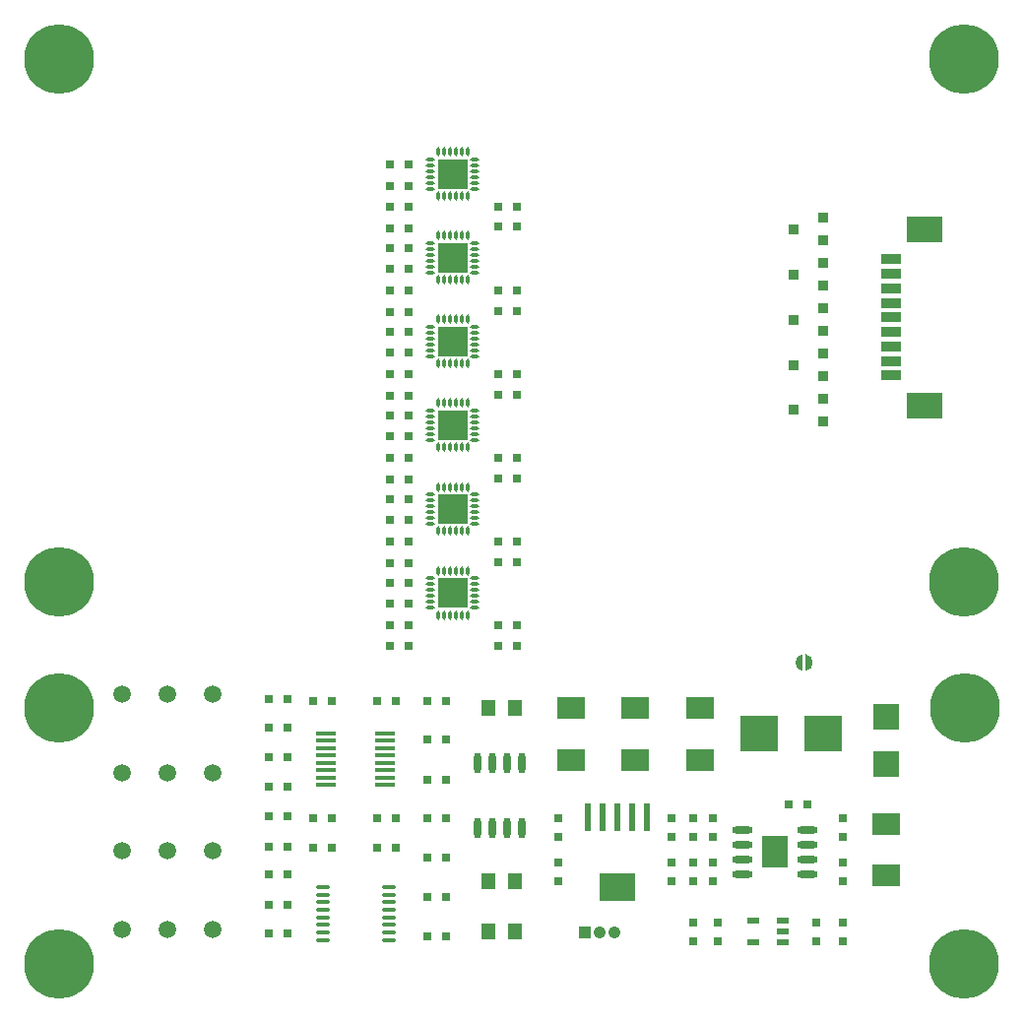
<source format=gbr>
G04*
G04 #@! TF.GenerationSoftware,Altium Limited,Altium Designer,24.1.2 (44)*
G04*
G04 Layer_Color=255*
%FSLAX44Y44*%
%MOMM*%
G71*
G04*
G04 #@! TF.SameCoordinates,5BE5AD36-3FF4-4A78-A3BF-1A6130355080*
G04*
G04*
G04 #@! TF.FilePolarity,Positive*
G04*
G01*
G75*
%ADD22R,0.7000X0.8000*%
%ADD23R,1.2696X1.3462*%
%ADD24O,0.6000X1.8000*%
%ADD25R,0.8000X0.7000*%
%ADD26R,1.0000X0.6000*%
%ADD27R,2.3622X1.8796*%
%ADD28R,0.9500X0.9000*%
%ADD29R,2.3000X2.2860*%
%ADD30R,1.7018X0.8128*%
%ADD31R,3.0988X2.2098*%
G04:AMPARAMS|DCode=32|XSize=0.2746mm|YSize=0.8048mm|CornerRadius=0.1373mm|HoleSize=0mm|Usage=FLASHONLY|Rotation=90.000|XOffset=0mm|YOffset=0mm|HoleType=Round|Shape=RoundedRectangle|*
%AMROUNDEDRECTD32*
21,1,0.2746,0.5302,0,0,90.0*
21,1,0.0000,0.8048,0,0,90.0*
1,1,0.2746,0.2651,0.0000*
1,1,0.2746,0.2651,0.0000*
1,1,0.2746,-0.2651,0.0000*
1,1,0.2746,-0.2651,0.0000*
%
%ADD32ROUNDEDRECTD32*%
%ADD33R,3.3000X3.1500*%
%ADD34O,1.8000X0.6000*%
%ADD35R,2.3000X2.8000*%
%ADD36R,3.1725X2.3455*%
%ADD37R,0.6325X2.3455*%
%ADD38O,1.3000X0.3500*%
%ADD39R,1.8000X0.4000*%
%ADD40R,2.5000X2.5000*%
G04:AMPARAMS|DCode=41|XSize=0.2746mm|YSize=0.8048mm|CornerRadius=0.1373mm|HoleSize=0mm|Usage=FLASHONLY|Rotation=180.000|XOffset=0mm|YOffset=0mm|HoleType=Round|Shape=RoundedRectangle|*
%AMROUNDEDRECTD41*
21,1,0.2746,0.5302,0,0,180.0*
21,1,0.0000,0.8048,0,0,180.0*
1,1,0.2746,0.0000,0.2651*
1,1,0.2746,0.0000,0.2651*
1,1,0.2746,0.0000,-0.2651*
1,1,0.2746,0.0000,-0.2651*
%
%ADD41ROUNDEDRECTD41*%
%ADD65C,1.5000*%
%ADD67C,6.0000*%
%ADD68C,0.8000*%
%ADD69R,1.0500X1.0500*%
%ADD70C,1.0500*%
G36*
G01X675178Y287614D02*
G02Y302386I1302J7386D01*
G01Y287614D01*
D02*
G37*
G36*
G01X677782Y302386D02*
G02Y287614I-1302J-7386D01*
G01Y302386D01*
D02*
G37*
D22*
X232548Y263917D02*
D03*
X216548D02*
D03*
X320459Y723083D02*
D03*
X336459D02*
D03*
X336457Y704950D02*
D03*
X320457D02*
D03*
X320459Y651628D02*
D03*
X336459D02*
D03*
X336457Y633672D02*
D03*
X320457D02*
D03*
X320459Y579628D02*
D03*
X336459D02*
D03*
X336457Y561672D02*
D03*
X320457D02*
D03*
X320459Y507628D02*
D03*
X336459D02*
D03*
X336457Y489672D02*
D03*
X320457D02*
D03*
X320459Y435628D02*
D03*
X336459D02*
D03*
X336457Y417672D02*
D03*
X320457D02*
D03*
X320459Y363628D02*
D03*
X336459D02*
D03*
X336457Y345671D02*
D03*
X320457D02*
D03*
X320458Y452684D02*
D03*
X336458D02*
D03*
X232548Y136981D02*
D03*
X216548D02*
D03*
Y163088D02*
D03*
X232548D02*
D03*
X216548Y188295D02*
D03*
X232548D02*
D03*
X216548Y213503D02*
D03*
X232548D02*
D03*
X232550Y238710D02*
D03*
X216550D02*
D03*
X216550Y112674D02*
D03*
X232550D02*
D03*
X232549Y86567D02*
D03*
X216549D02*
D03*
X216548Y62260D02*
D03*
X232548D02*
D03*
X309710Y135881D02*
D03*
X325710D02*
D03*
X336458Y309184D02*
D03*
X320458D02*
D03*
X663560Y172720D02*
D03*
X679560D02*
D03*
X270441Y135881D02*
D03*
X254441D02*
D03*
X254442Y261917D02*
D03*
X270442D02*
D03*
X325711D02*
D03*
X309711D02*
D03*
X270442Y161088D02*
D03*
X254442D02*
D03*
X309711D02*
D03*
X325711D02*
D03*
X368679Y229057D02*
D03*
X352679D02*
D03*
X352681Y161539D02*
D03*
X368681D02*
D03*
X352680Y194398D02*
D03*
X368680D02*
D03*
X368680Y261917D02*
D03*
X352680D02*
D03*
X368680Y126879D02*
D03*
X352680D02*
D03*
X368680Y59360D02*
D03*
X352680D02*
D03*
X368680Y93119D02*
D03*
X352680D02*
D03*
X413244Y470816D02*
D03*
X429244D02*
D03*
X413244Y686816D02*
D03*
X429244D02*
D03*
X429242Y669584D02*
D03*
X413242D02*
D03*
X413244Y614816D02*
D03*
X429244D02*
D03*
X429242Y597584D02*
D03*
X413242D02*
D03*
X413244Y542816D02*
D03*
X429244D02*
D03*
X429242Y525584D02*
D03*
X413242D02*
D03*
X429242Y453584D02*
D03*
X413242D02*
D03*
X413244Y398816D02*
D03*
X429244D02*
D03*
X429242Y381584D02*
D03*
X413242D02*
D03*
Y326814D02*
D03*
X429242D02*
D03*
Y309584D02*
D03*
X413242D02*
D03*
X320458Y614816D02*
D03*
X336458D02*
D03*
X320458Y668684D02*
D03*
X336458D02*
D03*
X320458Y542816D02*
D03*
X336458D02*
D03*
X320458Y596684D02*
D03*
X336458D02*
D03*
X320458Y524684D02*
D03*
X336458D02*
D03*
X320458Y380684D02*
D03*
X336458D02*
D03*
Y470816D02*
D03*
X320458D02*
D03*
Y398816D02*
D03*
X336458D02*
D03*
X320460Y326814D02*
D03*
X336460D02*
D03*
X320458Y686816D02*
D03*
X336458D02*
D03*
D23*
X427604Y63559D02*
D03*
X404740D02*
D03*
X427604Y107054D02*
D03*
X404740D02*
D03*
X427604Y256278D02*
D03*
X404740D02*
D03*
D24*
X434072Y208922D02*
D03*
X421372D02*
D03*
X408672D02*
D03*
X395972D02*
D03*
X434072Y152422D02*
D03*
X421372D02*
D03*
X408672D02*
D03*
X395972D02*
D03*
D25*
X709740Y71671D02*
D03*
Y55671D02*
D03*
X580670Y71671D02*
D03*
Y55671D02*
D03*
X687080D02*
D03*
Y71671D02*
D03*
X601970D02*
D03*
Y55671D02*
D03*
X709740Y123053D02*
D03*
Y107053D02*
D03*
X580670Y123054D02*
D03*
Y107054D02*
D03*
X709740Y161169D02*
D03*
Y145169D02*
D03*
X580670Y161170D02*
D03*
Y145170D02*
D03*
X597970Y123054D02*
D03*
Y107054D02*
D03*
Y161170D02*
D03*
Y145170D02*
D03*
X562469Y107054D02*
D03*
Y123054D02*
D03*
X464820Y107054D02*
D03*
Y123054D02*
D03*
Y145169D02*
D03*
Y161169D02*
D03*
X562469Y145169D02*
D03*
Y161169D02*
D03*
D26*
X632410Y54171D02*
D03*
Y73171D02*
D03*
X657910D02*
D03*
Y63671D02*
D03*
Y54171D02*
D03*
D27*
X747061Y156464D02*
D03*
Y111760D02*
D03*
X586740Y211328D02*
D03*
Y256032D02*
D03*
X530860D02*
D03*
Y211328D02*
D03*
X476120Y256151D02*
D03*
Y211447D02*
D03*
D28*
X692484Y521644D02*
D03*
X667484Y512144D02*
D03*
X692484Y502644D02*
D03*
Y560536D02*
D03*
X667484Y551036D02*
D03*
X692484Y541536D02*
D03*
Y599428D02*
D03*
X667484Y589928D02*
D03*
X692484Y580428D02*
D03*
Y638320D02*
D03*
X667484Y628820D02*
D03*
X692484Y619320D02*
D03*
Y658211D02*
D03*
X667484Y667711D02*
D03*
X692484Y677211D02*
D03*
D29*
X747061Y207957D02*
D03*
Y247957D02*
D03*
D30*
X750955Y541752D02*
D03*
Y554252D02*
D03*
Y566752D02*
D03*
Y579252D02*
D03*
Y591752D02*
D03*
Y604252D02*
D03*
Y616752D02*
D03*
Y629252D02*
D03*
Y641752D02*
D03*
D31*
X779955Y667252D02*
D03*
Y516252D02*
D03*
D32*
X393374Y367500D02*
D03*
X355326Y630500D02*
D03*
X355326Y635500D02*
D03*
Y640500D02*
D03*
Y645500D02*
D03*
Y650500D02*
D03*
Y655500D02*
D03*
X393374D02*
D03*
X393374Y650500D02*
D03*
Y645500D02*
D03*
Y640500D02*
D03*
Y635500D02*
D03*
Y630500D02*
D03*
Y702500D02*
D03*
Y707500D02*
D03*
Y712500D02*
D03*
Y717500D02*
D03*
Y722500D02*
D03*
Y727500D02*
D03*
X355326D02*
D03*
Y722500D02*
D03*
Y717500D02*
D03*
Y712500D02*
D03*
Y707500D02*
D03*
Y702500D02*
D03*
X393374Y558500D02*
D03*
Y563500D02*
D03*
Y568500D02*
D03*
Y573500D02*
D03*
Y578500D02*
D03*
Y583500D02*
D03*
X355326D02*
D03*
Y578500D02*
D03*
Y573500D02*
D03*
Y568500D02*
D03*
Y563500D02*
D03*
Y558500D02*
D03*
X393374Y486500D02*
D03*
Y491500D02*
D03*
Y496500D02*
D03*
Y501500D02*
D03*
Y506500D02*
D03*
Y511500D02*
D03*
X355326D02*
D03*
Y506500D02*
D03*
Y501500D02*
D03*
Y496500D02*
D03*
Y491500D02*
D03*
Y486500D02*
D03*
X393374Y414500D02*
D03*
Y419500D02*
D03*
Y424500D02*
D03*
Y429500D02*
D03*
Y434500D02*
D03*
Y439500D02*
D03*
X355326D02*
D03*
Y434500D02*
D03*
Y429500D02*
D03*
Y424500D02*
D03*
Y419500D02*
D03*
Y414500D02*
D03*
X393374Y342500D02*
D03*
Y347500D02*
D03*
Y352500D02*
D03*
Y357500D02*
D03*
Y362500D02*
D03*
X355326Y367500D02*
D03*
Y362500D02*
D03*
Y357500D02*
D03*
Y352500D02*
D03*
Y347500D02*
D03*
Y342500D02*
D03*
D33*
X692980Y233680D02*
D03*
X637980D02*
D03*
D34*
X623060Y151384D02*
D03*
Y138684D02*
D03*
Y125984D02*
D03*
Y113284D02*
D03*
X679560Y151384D02*
D03*
Y138684D02*
D03*
Y125984D02*
D03*
Y113284D02*
D03*
D35*
X651310Y132334D02*
D03*
D36*
X515620Y101977D02*
D03*
D37*
X490220Y162183D02*
D03*
X502920D02*
D03*
X515620D02*
D03*
X528320D02*
D03*
X541020D02*
D03*
D38*
X262426Y102010D02*
D03*
Y95510D02*
D03*
Y89010D02*
D03*
Y82510D02*
D03*
Y76010D02*
D03*
Y69510D02*
D03*
Y63010D02*
D03*
Y56510D02*
D03*
X319426Y102010D02*
D03*
Y95510D02*
D03*
Y89010D02*
D03*
Y82510D02*
D03*
Y76010D02*
D03*
Y69510D02*
D03*
Y63010D02*
D03*
Y56510D02*
D03*
D39*
X316453Y234177D02*
D03*
Y227827D02*
D03*
Y221477D02*
D03*
Y215127D02*
D03*
Y208777D02*
D03*
Y202427D02*
D03*
Y196077D02*
D03*
Y189727D02*
D03*
X265399D02*
D03*
Y196077D02*
D03*
Y202427D02*
D03*
Y208777D02*
D03*
Y215127D02*
D03*
Y221477D02*
D03*
Y227827D02*
D03*
Y234177D02*
D03*
D40*
X374350Y643000D02*
D03*
Y715000D02*
D03*
Y571000D02*
D03*
Y499000D02*
D03*
Y427000D02*
D03*
Y355000D02*
D03*
D41*
X386850Y623976D02*
D03*
X381850Y623976D02*
D03*
X376850D02*
D03*
X371850D02*
D03*
X366850D02*
D03*
X361850D02*
D03*
Y662024D02*
D03*
X366850Y662024D02*
D03*
X371850D02*
D03*
X376850D02*
D03*
X381850D02*
D03*
X386850D02*
D03*
Y734024D02*
D03*
X381850D02*
D03*
X376850D02*
D03*
X371850D02*
D03*
X366850D02*
D03*
X361850D02*
D03*
Y695976D02*
D03*
X366850D02*
D03*
X371850D02*
D03*
X376850D02*
D03*
X381850D02*
D03*
X386850D02*
D03*
Y590024D02*
D03*
X381850D02*
D03*
X376850D02*
D03*
X371850D02*
D03*
X366850D02*
D03*
X361850D02*
D03*
Y551976D02*
D03*
X366850D02*
D03*
X371850D02*
D03*
X376850D02*
D03*
X381850D02*
D03*
X386850D02*
D03*
Y518024D02*
D03*
X381850D02*
D03*
X376850D02*
D03*
X371850D02*
D03*
X366850D02*
D03*
X361850D02*
D03*
Y479976D02*
D03*
X366850D02*
D03*
X371850D02*
D03*
X376850D02*
D03*
X381850D02*
D03*
X386850D02*
D03*
Y446024D02*
D03*
X381850D02*
D03*
X376850D02*
D03*
X371850D02*
D03*
X366850D02*
D03*
X361850D02*
D03*
Y407976D02*
D03*
X366850D02*
D03*
X371850D02*
D03*
X376850D02*
D03*
X381850D02*
D03*
X386850D02*
D03*
Y374024D02*
D03*
X381850D02*
D03*
X376850D02*
D03*
X371850D02*
D03*
X366850D02*
D03*
X361850D02*
D03*
Y335976D02*
D03*
X366850D02*
D03*
X371850D02*
D03*
X376850D02*
D03*
X381850D02*
D03*
X386850D02*
D03*
D65*
X90000Y267627D02*
D03*
X167640Y267627D02*
D03*
X128820D02*
D03*
X167640Y200373D02*
D03*
X128820D02*
D03*
X90000D02*
D03*
Y65866D02*
D03*
X128820D02*
D03*
X167640D02*
D03*
Y133120D02*
D03*
X128820D02*
D03*
X90000D02*
D03*
D67*
X36000Y814000D02*
D03*
Y256000D02*
D03*
Y364000D02*
D03*
X814477Y256000D02*
D03*
X814000Y364000D02*
D03*
Y36000D02*
D03*
Y814000D02*
D03*
X36000Y36000D02*
D03*
D68*
X27252Y835120D02*
D03*
X14880Y805252D02*
D03*
X44748Y792880D02*
D03*
X57120Y822748D02*
D03*
X44748Y835120D02*
D03*
X14880Y822748D02*
D03*
X27252Y792880D02*
D03*
X57120Y805252D02*
D03*
X27252Y277120D02*
D03*
X14880Y247252D02*
D03*
X44748Y234880D02*
D03*
X57120Y264748D02*
D03*
X44748Y277120D02*
D03*
X14880Y264748D02*
D03*
X27252Y234880D02*
D03*
X57120Y247252D02*
D03*
X27252Y385120D02*
D03*
X14880Y355252D02*
D03*
X44748Y342880D02*
D03*
X57120Y372748D02*
D03*
X44748Y385120D02*
D03*
X14880Y372748D02*
D03*
X27252Y342880D02*
D03*
X57120Y355252D02*
D03*
X805729Y277120D02*
D03*
X793357Y247252D02*
D03*
X823225Y234880D02*
D03*
X835597Y264748D02*
D03*
X823225Y277120D02*
D03*
X793357Y264748D02*
D03*
X805729Y234880D02*
D03*
X835597Y247252D02*
D03*
X805252Y385120D02*
D03*
X792880Y355252D02*
D03*
X822748Y342880D02*
D03*
X835120Y372748D02*
D03*
X822748Y385120D02*
D03*
X792880Y372748D02*
D03*
X805252Y342880D02*
D03*
X835120Y355252D02*
D03*
X805252Y57120D02*
D03*
X792880Y27252D02*
D03*
X822748Y14880D02*
D03*
X835120Y44748D02*
D03*
X822748Y57120D02*
D03*
X792880Y44748D02*
D03*
X805252Y14880D02*
D03*
X835120Y27252D02*
D03*
X805252Y835120D02*
D03*
X792880Y805252D02*
D03*
X822748Y792880D02*
D03*
X835120Y822748D02*
D03*
X822748Y835120D02*
D03*
X792880Y822748D02*
D03*
X805252Y792880D02*
D03*
X835120Y805252D02*
D03*
X27252Y57120D02*
D03*
X14880Y27252D02*
D03*
X44748Y14880D02*
D03*
X57120Y44748D02*
D03*
X44748Y57120D02*
D03*
X14880Y44748D02*
D03*
X27252Y14880D02*
D03*
X57120Y27252D02*
D03*
D69*
X487680Y62820D02*
D03*
D70*
X500380D02*
D03*
X513080D02*
D03*
M02*

</source>
